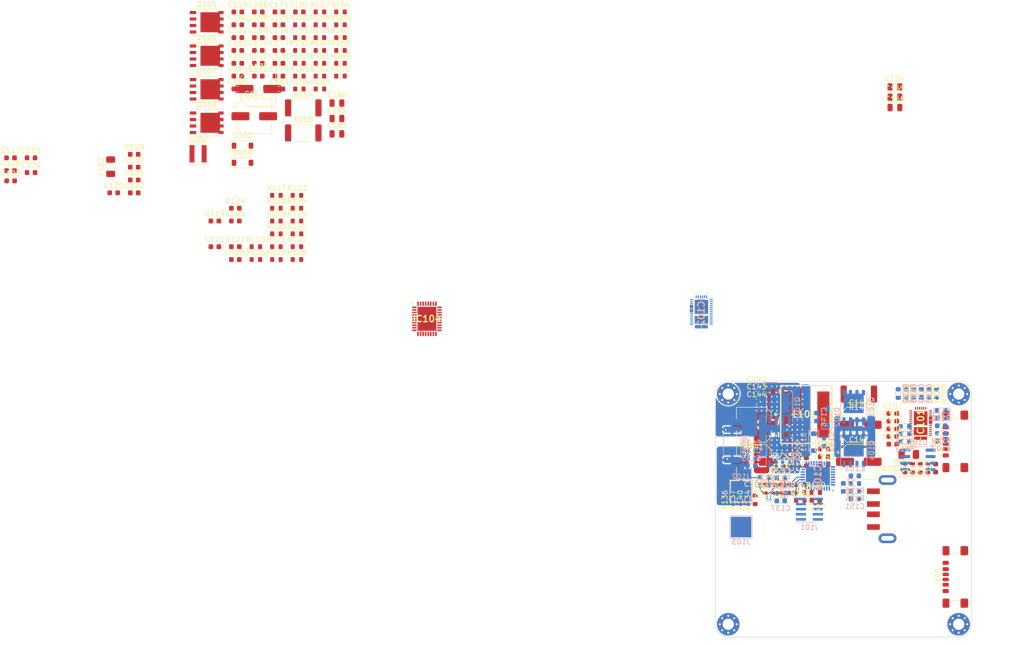
<source format=kicad_pcb>
(kicad_pcb (version 20240108) (generator "pcbnew") (generator_version "8.0")
  (layers (0 "F.Cu" signal) (1 "In1.Cu" power) (2 "In2.Cu" signal) (3 "In3.Cu" signal) (4 "In4.Cu" power) (31 "B.Cu" signal) (34 "B.Paste" user) (35 "F.Paste" user) (36 "B.SilkS" user "B.Silkscreen") (37 "F.SilkS" user "F.Silkscreen") (38 "B.Mask" user) (39 "F.Mask" user) (44 "Edge.Cuts" user))
  (net 0 "")
  (net 1 "/PD_Controller__port1/INPUT")
  (net 2 "Net-(IC101-VBUS)")
  (net 3 "/PD_Controller__port1/CC2")
  (net 4 "/PD_Controller__port1/CC1")
  (net 5 "/PD_Controller__port1/OUTPUT.USB_C")
  (net 6 "/PD_Controller_port2/INPUT")
  (net 7 "GND")
  (net 8 "Net-(IC102-VBUS)")
  (net 9 "/PD_Controller_port2/CC2")
  (net 10 "/PD_Controller_port2/CC1")
  (net 11 "+5V")
  (net 12 "/PD_Controller_port2/OUTPUT.USB_C")
  (net 13 "/Power_stage_port1/Battery")
  (net 14 "+3.3V")
  (net 15 "Port1.DRV_SUP")
  (net 16 "Net-(IC103-SRN)")
  (net 17 "Net-(IC103-SRP)")
  (net 18 "Port1.REGN")
  (net 19 "Net-(Q101-D)")
  (net 20 "Net-(IC103-SW2)")
  (net 21 "Net-(D101-K)")
  (net 22 "Net-(IC103-SW1)")
  (net 23 "Net-(D102-K)")
  (net 24 "Net-(Q103-D)")
  (net 25 "Net-(IC103-ACN)")
  (net 26 "Net-(IC103-ACP)")
  (net 27 "Net-(IC103-ACOV)")
  (net 28 "Net-(IC103-ACUV)")
  (net 29 "/Power_stage_port2/Battery")
  (net 30 "Net-(IC104-SRN)")
  (net 31 "Net-(IC104-SRP)")
  (net 32 "Net-(Q105-D)")
  (net 33 "Net-(D103-K)")
  (net 34 "Net-(IC104-SW2)")
  (net 35 "Net-(D104-K)")
  (net 36 "Net-(IC104-SW1)")
  (net 37 "Net-(Q107-D)")
  (net 38 "Net-(IC104-ACN)")
  (net 39 "Net-(IC104-ACP)")
  (net 40 "Net-(IC104-ACOV)")
  (net 41 "Net-(IC104-ACUV)")
  (net 46 "Net-(J105-VBUS-PadA9)")
  (net 47 "Net-(J105-GND-PadA12)")
  (net 51 "Net-(IC103-HIDRV2)")
  (net 52 "Net-(IC103-LODRV2)")
  (net 53 "Net-(IC103-HIDRV1)")
  (net 54 "Net-(IC103-LODRV1)")
  (net 55 "Net-(IC104-HIDRV2)")
  (net 56 "Net-(IC104-LODRV2)")
  (net 57 "Net-(IC104-HIDRV1)")
  (net 58 "Net-(IC104-LODRV1)")
  (net 59 "Net-(IC101-ADCIN2)")
  (net 60 "Net-(IC101-ADCIN1)")
  (net 61 "Net-(IC101-GPIO0)")
  (net 62 "Net-(IC101-GPIO4{slash}USB_P{slash}LD1)")
  (net 63 "3v3")
  (net 64 "POrt1.charger.enable")
  (net 65 "port1.i2c.scl")
  (net 66 "port1.i2c.sda")
  (net 67 "port1.i2c.irq")
  (net 68 "/PD_Controller__port1/D+")
  (net 69 "/PD_Controller__port1/D-")
  (net 70 "Net-(IC101-GPIO5{slash}USB_N{slash}LD2)")
  (net 71 "/PD_Controller__port1/MCU.I2C.SDA")
  (net 72 "+1V5_LDO_1")
  (net 73 "+3.3V_LDO1")
  (net 74 "/PD_Controller__port1/MCU.I2C.SCL")
  (net 75 "/PD_Controller__port1/MCU.I2C.IRQ")
  (net 76 "/PD_Controller__port1/Charger.I2C.SDA")
  (net 77 "/PD_Controller__port1/Charger.I2C.SCL")
  (net 78 "/PD_Controller__port1/Charger.I2C.IRQ")
  (net 79 "Net-(IC102-ADCIN2)")
  (net 80 "Net-(IC102-ADCIN1)")
  (net 81 "Net-(IC102-GPIO0)")
  (net 82 "/PD_Controller_port2/D+")
  (net 83 "Net-(IC102-GPIO4{slash}USB_P{slash}LD1)")
  (net 84 "/PD_Controller_port2/D-")
  (net 85 "Net-(IC102-GPIO5{slash}USB_N{slash}LD2)")
  (net 86 "/PD_Controller_port2/MCU.I2C.SDA")
  (net 87 "/PD_Controller_port2/MCU.I2C.SCL")
  (net 88 "/PD_Controller_port2/MCU.I2C.IRQ")
  (net 89 "/PD_Controller_port2/Charger.I2C.SDA")
  (net 90 "/PD_Controller_port2/Charger.I2C.SCL")
  (net 91 "/PD_Controller_port2/Charger.I2C.IRQ")
  (net 92 "Net-(IC103-FB)")
  (net 93 "Net-(IC103-FBG)")
  (net 94 "/Power_stage_port1/Charger.Status1")
  (net 95 "/Power_stage_port1/Charger.Status2")
  (net 96 "/Power_stage_port1/Charger.PG")
  (net 97 "Net-(IC103-ILIM_HIZ)")
  (net 98 "Net-(IC103-ICHG)")
  (net 99 "+BATT")
  (net 100 "/Power_stage_port1/Charger.EN")
  (net 101 "Net-(IC103-TS)")
  (net 102 "Net-(IC103-DRV_SUP)")
  (net 103 "Net-(IC103-FSW_SYNC)")
  (net 104 "Net-(IC104-FB)")
  (net 105 "Net-(IC104-FBG)")
  (net 106 "/Power_stage_port2/Charger.Status1")
  (net 107 "/Power_stage_port2/Charger.Status2")
  (net 108 "/Power_stage_port2/Charger.PG")
  (net 109 "Net-(IC104-ILIM_HIZ)")
  (net 110 "Net-(IC104-ICHG)")
  (net 111 "/Power_stage_port2/Charger.EN")
  (net 112 "Net-(IC104-TS)")
  (net 113 "Net-(IC104-DRV_SUP)")
  (net 114 "Net-(IC104-FSW_SYNC)")
  (net 115 "Net-(IC101-DRAIN_1)")
  (net 116 "Net-(IC102-DRAIN_1)")
  (net 117 "/Power_stage_port1/Charger.Interupt")
  (net 121 "/Power_stage_port1/Charger.I2C.SCL")
  (net 122 "/Power_stage_port1/Charger.I2C.SDA")
  (net 123 "/Power_stage_port2/Charger.I2C.SDA")
  (net 126 "/Power_stage_port2/Charger.I2C.SCL")
  (net 128 "/Power_stage_port2/Charger.Interupt")
  (footprint "Capacitor_SMD:C_0603_1608Metric" (layer "F.Cu") (at -37.685 58.84)
    (property "Reference" "C118")
    (property "Value" "10u")
  )
  (footprint "Capacitor_SMD:C_0603_1608Metric" (layer "F.Cu") (at 10.715 30.32)
    (property "Reference" "C168")
    (property "Value" "10u")
  )
  (footprint "Package_SO:PowerPAK_SO-8_Single" (layer "F.Cu") (at 0.625 42.93)
    (property "Reference" "Q107")
    (property "Value" "SiR122LDP")
  )
  (footprint "Resistor_SMD:R_0603_1608Metric" (layer "F.Cu") (at 104.75 123.175 90)
    (property "Reference" "R137")
    (property "Value" "R_Small")
  )
  (footprint "Resistor_SMD:R_0603_1608Metric" (layer "F.Cu") (at 26.755 35.34)
    (property "Reference" "R168")
    (property "Value" "R_Small")
  )
  (footprint "Resistor_SMD:R_0603_1608Metric" (layer "F.Cu") (at 18.255 73.7)
    (property "Reference" "R127")
    (property "Value" "10k")
  )
  (footprint "Capacitor_SMD:C_0603_1608Metric" (layer "F.Cu") (at 6.225 66.17)
    (property "Reference" "C124")
    (property "Value" "10u")
  )
  (footprint "Connector_USB:USB_A_CNCTech_1001-011-01101_Horizontal" (layer "F.Cu") (at 140.5 125)
    (property "Reference" "J106")
    (property "Value" "USB_A")
  )
  (footprint "Capacitor_SMD:C_0805_2012Metric" (layer "F.Cu") (at 135.05 42.48)
    (property "Reference" "C154")
    (property "Value" "10u")
  )
  (footprint "Capacitor_SMD:C_0603_1608Metric" (layer "F.Cu") (at 121.225 113.25)
    (property "Reference" "C148")
    (property "Value" "10u")
  )
  (footprint "Package_SO:PowerPAK_SO-8_Single" (layer "F.Cu") (at 0.625 49.48)
    (property "Reference" "Q108")
    (property "Value" "SiR122LDP")
  )
  (footprint "Fuse:Fuse_1206_3216Metric" (layer "F.Cu") (at 137.75 114.3)
    (property "Reference" "F101")
    (property "Value" "5A")
  )
  (footprint "Resistor_SMD:R_0603_1608Metric" (layer "F.Cu") (at 116.575 121.75)
    (property "Reference" "R147")
    (property "Value" "R_Small")
  )
  (footprint "Capacitor_SMD:C_0603_1608Metric" (layer "F.Cu") (at 117.75 115.75 90)
    (property "Reference" "C140")
    (property "Value" "4.7u")
  )
  (footprint "Capacitor_SMD:C_0603_1608Metric" (layer "F.Cu") (at 134.625 106.3)
    (property "Reference" "C107")
    (property "Value" "100n")
  )
  (footprint "Resistor_SMD:R_2512_6332Metric" (layer "F.Cu") (at 128 102.5 180)
    (property "Reference" "R145")
    (property "Value" "5m")
  )
  (footprint "Capacitor_SMD:C_0603_1608Metric" (layer "F.Cu") (at -13.525 58.15)
    (property "Reference" "C130")
    (property "Value" "100n")
  )
  (footprint "Capacitor_SMD:CP_Elec_6.3x7.7" (layer "F.Cu") (at 107.5 115.75 180)
    (property "Reference" "C141")
    (property "Value" "100u")
  )
  (footprint "Capacitor_SMD:C_0603_1608Metric" (layer "F.Cu") (at 10.715 40.36)
    (property "Reference" "C172")
    (property "Value" "xxx")
  )
  (footprint "Resistor_SMD:R_0603_1608Metric" (layer "F.Cu") (at 26.755 40.36)
    (property "Reference" "R170")
    (property "Value" "R_Small")
  )
  (footprint "Capacitor_SMD:C_0603_1608Metric" (layer "F.Cu") (at 137 116.975 90)
    (property "Reference" "C110")
    (property "Value" "4.7u")
  )
  (footprint "Capacitor_SMD:C_0603_1608Metric" (layer "F.Cu") (at 6.705 40.36)
    (property "Reference" "C164")
    (property "Value" "470n")
  )
  (footprint "Capacitor_SMD:C_0603_1608Metric" (layer "F.Cu") (at 6.705 37.85)
    (property "Reference" "C163")
    (property "Value" "100n")
  )
  (footprint "Capacitor_SMD:C_0603_1608Metric" (layer "F.Cu") (at 119.575 123.25 180)
    (property "Reference" "C157")
    (property "Value" "100n")
  )
  (footprint "Resistor_SMD:R_0603_1608Metric" (layer "F.Cu") (at 26.755 30.32)
    (property "Reference" "R165")
    (property "Value" "10R")
  )
  (footprint "Capacitor_SMD:C_0603_1608Metric" (layer "F.Cu") (at 6.705 27.81)
    (property "Reference" "C159")
    (property "Value" "10u")
  )
  (footprint "Capacitor_SMD:CP_Elec_6.3x7.7" (layer "F.Cu") (at 128 115.75)
    (property "Reference" "C147")
    (property "Value" "100u")
  )
  (footprint "SamacSys_Parts:TPS25751DREFR" (layer "F.Cu") (at 140.075 108.2 -90)
    (property "Reference" "IC101")
    (property "Value" "TPS25751DREFR" (hide yes))
  )
  (footprint "Resistor_SMD:R_0603_1608Metric" (layer "F.Cu") (at 22.745 32.83)
    (property "Reference" "R159")
    (property "Value" "R_Small")
  )
  (footprint "Capacitor_SMD:C_0603_1608Metric" (layer "F.Cu") (at -13.525 55.64)
    (property "Reference" "C129")
    (property "Value" "100n")
  )
  (footprint "Capacitor_SMD:C_0603_1608Metric" (layer "F.Cu") (at 6.225 73.7)
    (property "Reference" "C127")
    (property "Value" "330p")
  )
  (footprint "Capacitor_SMD:C_0603_1608Metric" (layer "F.Cu") (at -37.685 56.33)
    (property "Reference" "C117")
    (property "Value" "10u")
  )
  (footprint "Capacitor_SMD:C_0603_1608Metric" (layer "F.Cu") (at -13.525 60.66)
    (property "Reference" "C131")
    (property "Value" "100n")
  )
  (footprint "Capacitor_SMD:C_0603_1608Metric" (layer "F.Cu") (at 6.705 30.32)
    (property "Reference" "C160")
    (property "Value" "1u")
  )
  (footprint "Resistor_SMD:R_0603_1608Metric" (layer "F.Cu") (at 18.255 66.17)
    (property "Reference" "R124")
    (property "Value" "10k")
  )
  (footprint "Resistor_SMD:R_0603_1608Metric" (layer "F.Cu") (at 114.75 115.75 90)
    (property "Reference" "R142")
    (property "Value" "0R")
  )
  (footprint "Capacitor_SMD:CP_Elec_6.3x7.7" (layer "F.Cu") (at 107.5 108.5 180)
    (property "Reference" "C141")
    (property "Value" "100u")
  )
  (footprint "Capacitor_SMD:C_0603_1608Metric" (layer "F.Cu") (at 116.575 120.25 180)
    (property "Reference" "C158")
    (property "Value" "100n")
  )
  (footprint "Capacitor_SMD:C_0603_1608Metric" (layer "F.Cu") (at -33.675 56.33)
    (property "Reference" "C123")
    (property "Value" "100n")
  )
  (footprint "Capacitor_SMD:C_0805_2012Metric" (layer "F.Cu") (at 26.065 51.65)
    (property "Reference" "C182")
    (property "Value" "100n")
  )
  (footprint "Resistor_SMD:R_0603_1608Metric" (layer "F.Cu") (at 14.245 68.68)
    (property "Reference" "R119")
    (property "Value" "R_Small")
  )
  (footprint "Capacitor_SMD:C_0603_1608Metric" (layer "F.Cu") (at 134.625 107.8)
    (property "Reference" "C101")
    (property "Value" "10u")
  )
  (footprint "Resistor_SMD:R_0603_1608Metric" (layer "F.Cu") (at 135.7 102.4 -90)
    (property "Reference" "R101")
    (property "Value" "R_Small")
  )
  (footprint "Resistor_SMD:R_0603_1608Metric" (layer "F.Cu") (at 103.25 123.175 90)
    (property "Reference" "R136")
    (property "Value" "R_Small")
  )
  (footprint "Resistor_SMD:R_0603_1608Metric" (layer "F.Cu") (at 109.75 121 90)
    (property "Reference" "R143")
    (property "Value" "R_Small")
  )
  (footprint "Resistor_SMD:R_0603_1608Metric" (layer "F.Cu") (at 22.745 30.32)
    (property "Reference" "R158")
    (property "Value" "R_Small")
  )
  (footprint "Resistor_SMD:R_0603_1608Metric" (layer "F.Cu") (at 119.575 121.75)
    (property "Reference" "R149")
    (property "Value" "R_Small")
  )
  (footprint "Capacitor_SMD:C_0603_1608Metric" (layer "F.Cu") (at 140 116.975 90)
    (property "Reference" "C114")
    (property "Value" "100n")
  )
  (footprint "Capacitor_SMD:C_0603_1608Metric" (layer "F.Cu") (at 18.735 27.81)
    (property "Reference" "C184")
    (property "Value" "100n")
  )
  (footprint "Capacitor_SMD:C_0603_1608Metric" (layer "F.Cu") (at 121.225 116.25)
    (property "Reference" "C150")
    (property "Value" "100n")
  )
  (footprint "Resistor_SMD:R_0603_1608Metric" (layer "F.Cu") (at 113.25 115.75 90)
    (property "Reference" "R129")
    (property "Value" "0R")
  )
  (footprint "Fuse:Fuse_1206_3216Metric" (layer "F.Cu") (at -18.13 58.06 90)
    (property "Reference" "F102")
    (property "Value" "5A")
  )
  (footprint "Resistor_SMD:R_0603_1608Metric" (layer "F.Cu") (at 14.245 73.7)
    (property "Reference" "R121")
    (property "Value" "0R")
  )
  (footprint "Resistor_SMD:R_0603_1608Metric" (layer "F.Cu") (at 18.735 42.87)
    (property "Reference" "R156")
    (property "Value" "R_Small")
  )
  (footprint "Resistor_SMD:R_0603_1608Metric" (layer "F.Cu") (at 22.745 42.87)
    (property "Reference" "R163")
    (property "Value" "0R")
  )
  (footprint "Resistor_SMD:R_0603_1608Metric" (layer "F.Cu") (at 137.2 102.4 -90)
    (property "Reference" "R104")
    (property "Value" "R_Small")
  )
  (footprint "Resistor_SMD:R_0603_1608Metric" (layer "F.Cu") (at 14.245 63.66)
    (property "Reference" "R117")
    (property "Value" "10R")
  )
  (footprint "Resistor_SMD:R_0603_1608Metric" (layer "F.Cu") (at 18.735 40.36)
    (property "Reference" "R155")
    (property "Value" "R_Small")
  )
  (footprint "Package_SO:PowerPAK_SO-8_Single" (layer "F.Cu") (at 0.625 36.38)
    (property "Reference" "Q106")
    (property "Value" "SiR122LDP")
  )
  (footprint "Capacitor_SMD:C_0603_1608Metric" (layer "F.Cu") (at 14.725 42.87)
    (property "Reference" "C183")
    (property "Value" "100n")
  )
  (footprint "Capacitor_SMD:C_0603_1608Metric" (layer "F.Cu") (at 2.215 68.68)
    (property "Reference" "C119")
    (property "Value" "10u")
  )
  (footprint "Capacitor_SMD:C_0603_1608Metric" (layer "F.Cu") (at 14.725 30.32)
    (property "Reference" "C175")
    (property "Value" "1u")
  )
  (footprint "Connector_USB:USB_C_Receptacle_GCT_USB4135-GF-A_6P_TopMnt_Horizontal" (layer "F.Cu") (at 148 138.25 90)
    (property "Reference" "J105")
    (property "Value" "USB_C_Receptacle_PowerOnly_6P")
  )
  (footprint "Resistor_SMD:R_0603_1608Metric" (layer "F.Cu") (at 143.2 102.4 -90)
    (property "Reference" "R109")
    (property "Value" "10k")
  )
  (footprint "Resistor_SMD:R_0603_1608Metric" (layer "F.Cu") (at 114.27 121 90)
    (property "Reference" "R141")
    (property "Value" "10k")
  )
  (footprint "Resistor_SMD:R_0603_1608Metric" (layer "F.Cu") (at 14.245 76.21)
    (property "Reference" "R122")
    (property "Value" "0R")
  )
  (footprint "Resistor_SMD:R_0603_1608Metric" (layer "F.Cu") (at 26.755 37.85)
    (property "Reference" "R169")
    (property "Value" "xxx")
  )
  (footprint "Resistor_SMD:R_0603_1608Metric" (layer "F.Cu") (at 18.255 76.21)
    (property "Reference" "R128")
    (property "Value" "10k")
  )
  (footprint "Resistor_SMD:R_0603_1608Metric" (layer "F.Cu") (at 14.245 66.17)
    (property "Reference" "R118")
    (property "Value" "R_Small")
  )
  (footprint "Resistor_SMD:R_0603_1608Metric" (layer "F.Cu") (at 18.255 63.66)
    (property "Reference" "R123")
    (property "Value" "10k")
  )
  (footprint "Resistor_SMD:R_0603_1608Metric" (layer "F.Cu") (at 140.2 102.4 -90)
    (property "Reference" "R111")
    (property "Value" "10k")
  )
  (footprint "MountingHole:MountingHole_2.2mm_M2_Pad_Via" (layer "F.Cu") (at 147.5 147.5)
    (property "Reference" "REF**" (hide yes))
    (property "Value" "MountingHole_2.2mm_M2_Pad_Via")
  )
  (footprint "Resistor_SMD:R_0603_1608Metric" (layer "F.Cu") (at 10.235 73.7)
    (property "Reference" "R115")
    (property "Value" "R_Small")
  )
  (footprint "Capacitor_SMD:C_0603_1608Metric" (layer "F.Cu") (at 14.725 32.83)
    (property "Reference" "C176")
    (property "Value" "100n")
  )
  (footprint "Resistor_SMD:R_0603_1608Metric" (layer "F.Cu") (at 22.745 37.85)
    (property "Reference" "R161")
    (property "Value" "R_Small")
  )
  (footprint "SamacSys_Parts:XAL1010" (layer "F.Cu") (at 117.75 106.5)
    (property "Reference" "L101")
    (property "Value" "10u" (hide yes))
  )
  (footprint "Resistor_SMD:R_0603_1608Metric" (layer "F.Cu") (at 138.7 102.4 90)
    (property "Reference" "R103")
    (property "Value" "10R")
  )
  (footprint "Capacitor_SMD:CP_Elec_6.3x7.7" (layer "F.Cu") (at 10.715 42.87)
    (property "Reference" "C173")
    (property "Value" "100u")
  )
  (footprint "Capacitor_SMD:C_0603_1608Metric" (layer "F.Cu") (at 14.725 35.34)
    (property "Reference" "C177")
    (property "Value" "100n")
  )
  (footprint "Capacitor_SMD:C_0603_1608Metric" (layer "F.Cu") (at 6.225 68.68)
    (property "Reference" "C125")
    (property "Value" "100n")
  )
  (footprint "Capacitor_SMD:C_0603_1608Metric" (layer "F.Cu") (at 14.725 37.85)
    (property "Reference" "C178")
    (property "Value" "470n")
  )
  (footprint "MountingHole:MountingHole_2.2mm_M2_Pad_Via" (layer "F.Cu") (at 102.5 102.5)
    (property "Reference" "REF**" (hide yes))
    (property "Value" "MountingHole_2.2mm_M2_Pad_Via")
  )
  (footprint "Capacitor_SMD:C_0805_2012Metric" (layer "F.Cu") (at 135.05 44.48)
    (property "Reference" "C155")
    (property "Value" "1u")
  )
  (footprint "MountingHole:MountingHole_2.2mm_M2_Pad_Via" (layer "F.Cu") (at 102.5 147.5)
    (property "Reference" "REF**" (hide yes))
    (property "Value" "MountingHole_2.2mm_M2_Pad_Via")
  )
  (footprint "Resistor_SMD:R_0603_1608Metric" (layer "F.Cu") (at 106.25 123.175 90)
    (property "Reference" "R140")
    (property "Value" "R_Small")
  )
  (footprint "Capacitor_SMD:C_0603_1608Metric" (layer "F.Cu") (at 116.25 115.75 90)
    (property "Reference" "C136")
    (property "Value" "4.7u")
  )
  (footprint "Capacitor_SMD:C_0603_1608Metric" (layer "F.Cu") (at 134.625 110.8)
    (property "Reference" "C104")
    (property "Value" "10u")
  )
  (footprint "Capacitor_SMD:C_0603_1608Metric" (layer "F.Cu") (at 6.705 42.87)
    (property "Reference" "C165")
    (property "Value" "100n")
  )
  (footprint "Resistor_SMD:R_0603_1608Metric" (layer "F.Cu") (at 116.575 123.25)
    (property "Reference" "R148")
    (property "Value" "xxx")
  )
  (footprint "Capacitor_SMD:C_0603_1608Metric" (layer "F.Cu") (at 14.725 27.81)
    (property "Reference" "C174")
    (property "Value" "10u")
  )
  (footprint "Resistor_SMD:R_0603_1608Metric" (layer "F.Cu") (at 22.745 27.81)
    (property "Reference" "R157")
    (property "Value" "R_Small")
  )
  (footprint "MountingHole:MountingHole_2.2mm_M2_Pad_Via" (layer "F.Cu") (at 147.5 102.5)
    (property "Reference" "REF**" (hide yes))
    (property "Value" "MountingHole_2.2mm_M2_Pad_Via")
  )
  (footprint "Capacitor_SMD:C_0603_1608Metric" (layer "F.Cu") (at 141.5 116.975 90)
    (property "Reference" "C115")
    (property "Value" "100n")
  )
  (footprint "Capacitor_SMD:C_0603_1608Metric" (layer "F.Cu") (at 10.715 32.83)
    (property "Reference" "C169")
    (property "Value" "1u")
  )
  (footprint "Capacitor_SMD:C_0805_2012Metric" (layer "F.Cu") (at 135.05 46.5)
    (property "Reference" "C156")
    (property "Value" "100n")
  )
  (footprint "SamacSys_Parts:QFN50P500X600X100-37N-D" (layer "F.Cu") (at 43.65 87.8)
    (property "Reference" "IC104")
    (property "Value" "BQ25756RRVR" (hide yes))
  )
  (footprint "Resistor_SMD:R_0603_1608Metric" (layer "F.Cu") (at 112.75 121 90)
    (property "Reference" "R139")
    (property "Value" "R_Small")
  )
  (footprint "Resistor_SMD:R_0603_1608Metric" (layer "F.Cu") (at 111.25 121 90)
    (property "Reference" "R138")
    (property "Value" "R_Small")
  )
  (footprint "Capacitor_SMD:C_0603_1608Metric" (layer "F.Cu") (at 10.715 37.85)
    (property "Reference" "C171")
    (property "Value" "xxx")
  )
  (footprint "Resistor_SMD:R_0603_1608Metric" (layer "F.Cu") (at 107.75 123.175 90)
    (property "Reference" "R134")
    (property "Value" "R_Small")
  )
  (footprint "Capacitor_SMD:C_0603_1608Metric" (layer "F.Cu") (at 134.625 109.3)
    (property "Reference" "C102")
    (property "Value" "10u")
  )
  (footprint "Capacitor_SMD:C_0603_1608Metric" (layer "F.Cu") (at 138.5 116.975 90)
    (property "Reference" "C113")
    (property "Value" "100n")
  )
  (footprint "Resistor_SMD:R_0603_1608Metric" (layer "F.Cu") (at 26.755 27.81)
    (property "Reference" "R164")
    (property "Value" "R_Small")
  )
  (footprint "Capacitor_SMD:C_0603_1608Metric" (layer "F.Cu") (at 6.225 76.21)
    (property "Reference" "C128")
    (property "Value" "330p")
  )
  (footprint "Capacitor_SMD:C_0603_1608Metric" (layer "F.Cu") (at 2.215 73.7)
    (property "Reference" "C121")
    (property "Value" "10u")
  )
  (footprint "Capacitor_SMD:C_0805_2012Metric" (layer "F.Cu") (at 26.065 45.63)
    (property "Reference" "C180")
    (property "Value" "10u")
  )
  (footprint "Capacitor_SMD:C_0603_1608Metric" (layer "F.Cu") (at -33.675 59.2)
    (property "Reference" "C120")
    (property "Value" "10u")
  )
  (footprint "Diode_SMD:D_SOD-123" (layer "F.Cu") (at 7.62 53.95)
    (property "Reference" "D103")
    (property "Value" "D_Small")
  )
  (footprint "Resistor_SMD:R_0603_1608Metric" (layer "F.Cu") (at 18.735 30.32)
    (property "Reference" "R150")
    (property "Value" "0R")
  )
  (footprint "Inductor_SMD:L_Coilcraft_XxL4040" (layer "F.Cu") (at -1.055 55.54)
    (property "Reference" "L102")
    (property "Value" "10u")
  )
  (footprint "Capacitor_SMD:C_0603_1608Metric" (layer "F.Cu") (at 108 102.5)
    (property "Reference" "C143")
    (property "Value" "1u")
  )
  (footprint "Diode_SMD:D_SOD-123" (layer "F.Cu") (at 7.62 57.3)
    (property "Reference" "D104")
    (property "Value" "D_Small")
  )
  (footprint "Resistor_SMD:R_0603_1608Metric" (layer "F.Cu") (at 10.235 76.21)
    (property "Reference" "R116")
    (property "Value" "R_Small")
  )
  (footprint "Capacitor_SMD:CP_Elec_6.3x7.7" (layer "F.Cu") (at 128 108.5)
    (property "Reference" "C147")
    (property "Value" "100u")
  )
  (footprint "Resistor_SMD:R_0603_1608Metric" (layer "F.Cu") (at 22.745 40.36)
    (property "Reference" "R162")
    (property "Value" "10k")
  )
  (footprint "Capacitor_SMD:C_0603_1608Metric" (layer "F.Cu") (at 6.705 35.34)
    (property "Reference" "C162")
    (property "Value" "4.7u")
  )
  (footprint "Capacitor_SMD:C_0603_1608Metric" (layer "F.Cu") (at 108 104)
    (property "Reference" "C144")
    (property "Value" "100n")
  )
  (footprint "Capacitor_SMD:C_0603_1608Metric" (layer "F.Cu") (at 10.715 35.34)
    (property "Reference" "C170")
    (property "Value" "100n")
  )
  (footprint "Capacitor_SMD:C_0603_1608Metric" (layer "F.Cu") (at 108 101)
    (property "Reference" "C142")
    (property "Value" "10u")
  )
  (footprint "Resistor_SMD:R_0603_1608Metric" (layer "F.Cu") (at 26.755 32.83)
    (property "Reference" "R167")
    (property "Value" "10R")
  )
  (footprint "Capacitor_SMD:C_0603_1608Metric" (layer "F.Cu") (at 121.225 114.75)
    (property "Reference" "C149")
    (property "Value" "1u")
  )
  (footprint "Resistor_SMD:R_0603_1608Metric" (layer "F.Cu") (at 141.7 102.4 -90)
    (property "Reference" "R110")
    (property "Value" "10k")
  )
  (footprint "Resistor_SMD:R_0603_1608Metric" (layer "F.Cu") (at 18.255 71.19)
    (property "Reference" "R126")
    (property "Value" "10k")
  )
  (footprint "Resistor_SMD:R_0603_1608Metric" (layer "F.Cu") (at 22.745 35.34)
    (property "Reference" "R160")
    (property "Value" "R_Small")
  )
  (footprint "Capacitor_SMD:C_0603_1608Metric" (layer "F.Cu") (at -37.66 60.83)
    (property "Reference" "C122")
    (property "Value" "10u")
  )
  (footprint "Package_SO:PowerPAK_SO-8_Single" (layer "F.Cu") (at 0.625 29.83)
    (property "Reference" "Q105")
    (property "Value" "SiR122LDP")
  )
  (footprint "Capacitor_SMD:C_0603_1608Metric" (layer "F.Cu") (at -17.535 63.17)
    (property "Reference" "C126")
    (property "Value" "4.7u")
  )
  (footprint "Capacitor_SMD:C_0603_1608Metric" (layer "F.Cu") (at 10.715 27.81)
    (property "Reference" "C166")
    (property "Value" "4.7u")
  )
  (footprint "Capacitor_SMD:C_0603_1608Metric" (layer "F.Cu") (at 143 116.975 90)
    (property "Reference" "C116")
    (property "Value" "100n")
  )
  (footprint "Capacitor_SMD:C_0603_1608Metric" (layer "F.Cu") (at 14.725 40.36)
    (property "Reference" "C179")
    (property "Value" "100n")
  )
  (footprint "Resistor_SMD:R_0603_1608Metric" (layer "F.Cu") (at 18.735 35.34)
    (property "Reference" "R152")
    (property "Value" "R_Small")
  )
  (footprint "Resistor_SMD:R_0603_1608Metric" (layer "F.Cu") (at 18.735 32.83)
    (property "Reference" "R151")
    (property "Value" "R_Small")
  )
  (footprint "Resistor_SMD:R_0603_1608Metric" (layer "F.Cu") (at 14.245 71.19)
    (property "Reference" "R120")
    (property "Value" "0R")
  )
  (footprint "Resistor_SMD:R_0603_1608Metric" (layer "F.Cu") (at 18.735 37.85)
    (property "Reference" "R153")
    (property "Value" "R_Small")
  )
  (footprint "Capacitor_SMD:CP_Elec_6.3x7.7" (layer "F.Cu") (at 9.925 48.2)
    (property "Reference" "C167")
    (property "Value" "100u")
  )
  (footprint "Capacitor_SMD:C_0603_1608Metric" (layer "F.Cu") (at -13.525 63.17)
    (property "Reference" "C132")
    (property "Value" "100n")
  )
  (footprint "Resistor_SMD:R_0603_1608Metric" (layer "F.Cu") (at 18.255 68.68)
    (property "Reference" "R125")
    (property "Value" "10k")
  )
  (footprint "Capacitor_SMD:C_0805_2012Metric" (layer "F.Cu") (at 26.065 48.64)
    (property "Reference" "C181")
    (property "Value" "1u")
  )
  (footprint "Connector_USB:USB_C_Receptacle_GCT_USB4135-GF-A_6P_TopMnt_Horizontal" (layer "F.Cu") (at 148 111.75 90)
    (property "Reference" "J104")
    (property "Value" "USB_C_Receptacle_PowerOnly_6P")
  )
  (footprint "Resistor_SMD:R_2512_6332Metric" (layer "F.Cu") (at 19.495 51.46)
    (property "Reference" "R166")
    (property "Value" "5m")
  )
  (footprint "Resistor_SMD:R_2512_6332Metric" (layer "F.Cu") (at 19.495 46.57)
    (property "Reference" "R154")
    (property "Value" "5m")
  )
  (footprint "Capacitor_SMD:C_0603_1608Metric" (layer "F.Cu") (at 134.625 112.3)
    (property "Reference" "C106")
    (property "Value" "10u")
  )
  (footprint "Capacitor_SMD:C_0603_1608Metric" (layer "F.Cu") (at 6.705 32.83)
    (property "Reference" "C161")
    (property "Value" "100n")
  )
  (footprint "Resistor_SMD:R_0603_1608Metric" (layer "B.Cu") (at 137.2 102.4 90)
    (property "Reference" "R105")
    (property "Value" "R_Small")
  )
  (footprint "SamacSys_Parts:TPS25751DREFR" (layer "B.Cu") (at 97.25 86.425 -90)
    (property "Reference" "IC102")
    (property "Value" "TPS25751DREFR" (hide yes))
  )
  (footprint "Capacitor_SMD:C_0603_1608Metric" (layer "B.Cu") (at 107.025 113.48 180)
    (property "Reference" "C133")
    (property "Value" "10u")
  )
  (footprint "Resistor_SMD:R_0603_1608Metric" (layer "B.Cu") (at 144.125 111.71)
    (property "Reference" "R107")
    (property "Value" "0R")
  )
  (footprint "Capacitor_SMD:C_0603_1608Metric" (layer "B.Cu") (at 124.975 120.75 90)
    (property "Reference" "C152")
    (property "Value" "470n")
  )
  (footprint "Capacitor_SMD:C_0603_1608Metric" (layer "B.Cu") (at 127.225 118.5 180)
    (property "Reference" "C153")
    (property "Value" "100n")
  )
  (footprint "Package_SO:SOIC-8_3.9x4.9mm_P1.27mm" (layer "B.Cu") (at 139.525 115.365 180)
    (property "Reference" "U101")
    (property "Value" "25CSM04xxSN")
  )
  (footprint "Capacitor_SMD:C_0603_1608Metric" (layer "B.Cu") (at 121.2 111.9 90)
    (property "Reference" "C145")
    (property "Value" "xxx")
  )
  (footprint "SamacSys_Parts:QFN50P500X600X100-37N-D" (layer "B.Cu") (at 120 118.5 90)
    (property "Reference" "IC103")
    (property "Value" "BQ25756RRVR" (hide yes))
  )
  (footprint "Resistor_SMD:R_0603_1608Metric" (layer "B.Cu") (at 135.7 102.4 90)
    (property "Reference" "R102")
    (property "Value" "R_Small")
  )
  (footprint "Capacitor_SMD:C_0603_1608Metric" (layer "B.Cu") (at 107.025 114.99 180)
    (property "Reference" "C134")
    (property "Value" "1u")
  )
  (footprint "Resistor_SMD:R_0603_1608Metric" (layer "B.Cu") (at 144.125 110.21)
    (property "Reference" "R108")
    (property "Value" "0R")
  )
  (footprint "Capacitor_SMD:C_0603_1608Metric" (layer "B.Cu") (at 127.225 123)
    (property "Reference" "C151")
    (property "Value" "100n")
  )
  (footprint "Diode_SMD:D_SOD-123" (layer "B.Cu") (at 121.75 107 90)
    (property "Reference" "D102")
    (property "Value" "D_Small")
  )
  (footprint "Resistor_SMD:R_0603_1608Metric" (layer "B.Cu") (at 109.575 118.825)
    (property "Reference" "R130")
    (property "Value" "R_Small")
  )
  (footprint "Capacitor_SMD:C_0603_1608Metric" (layer "B.Cu") (at 144.1 107.2 180)
    (property "Reference" "C111")
    (property "Value" "330p")
  )
  (footprint "Diode_SMD:D_SOD-123" (layer "B.Cu") (at 119.2 111.9 -90)
    (property "Reference" "D101")
    (property "Value" "D_Small")
  )
  (footprint "Capacitor_SMD:C_0603_1608Metric" (layer "B.Cu") (at 119.75 107 90)
    (property "Reference" "C146")
    (property "Value" "xxx")
  )
  (footprint "Resistor_SMD:R_0603_1608Metric" (layer "B.Cu") (at 112.75 120.39 180)
    (property "Reference" "R135")
    (property "Value" "R_Small")
  )
  (footprint "TestPoint:TestPoint_Pad_4.0x4.0mm" (layer "B.Cu") (at 105 121.5 180)
    (property "Reference" "J102")
    (property "Value" "Conn_01x01_Socket")
  )
  (footprint "Package_SO:PowerPAK_SO-8_Single" (layer "B.Cu") (at 127 105 90)
    (property "Reference" "Q103")
    (property "Value" "SiR122LDP")
  )
  (footprint "Capacitor_SMD:C_0603_1608Metric" (layer "B.Cu") (at 115 121.1 -90)
    (property "Reference" "C138")
    (property "Value" "470n")
  )
  (footprint "Resistor_SMD:R_0603_1608Metric" (layer "B.Cu") (at 112.75 121.89 180)
    (property "Reference" "R132")
    (property "Value" "R_Small")
  )
  (footprint "Capacitor_SMD:C_0603_1608Metric" (layer "B.Cu") (at 112.75 123.39)
    (property "Reference" "C137")
    (property "Value" "100n")
  )
  (footprint "Package_SO:PowerPAK_SO-8_Single" (layer "B.Cu") (at 112.5 113.5 90)
    (property "Reference" "Q102")
    (property "Value" "SiR122LDP")
  )
  (footprint "Resistor_SMD:R_0603_1608Metric" (layer "B.Cu") (at 127.225 121.5)
    (property "Reference" "R144")
    (property "Value" "10R")
  )
  (footprint "Connector_PinHeader_1.00mm:PinHeader_2x05_P1.00mm_Vertical_SMD" (layer "B.Cu") (at 118.35 125)
    (property "Reference" "J101")
    (property "Value" "Conn_01x12_Pin")
  )
  (footprint "Capacitor_SMD:C_0603_1608Metric" (layer "B.Cu") (at 141.7 102.4 -90)
    (property "Reference" "C109")
    (property "Value" "100n")
  )
  (footprint "Resistor_SMD:R_0603_1608Metric" (layer "B.Cu") (at 144.1 105.7)
    (property "Reference" "R106")
    (property "Value" "0R")
  )
  (footprint "Resistor_SMD:R_0603_1608Metric" (layer "B.Cu") (at 137 111.8)
    (property "Reference" "R112")
    (property "Value" "10k")
  )
  (footprint "Capacitor_SMD:C_0603_1608Metric" (layer "B.Cu") (at 143.2 102.4 -90)
    (property "Reference" "C103")
    (property "Value" "10u")
  )
  (footprint "Capacitor_SMD:C_0603_1608Metric" (layer "B.Cu") (at 140.2 102.4 -90)
    (property "Reference" "C108")
    (property "Value" "10u")
  )
  (footprint "Capacitor_SMD:C_0603_1608Metric" (layer "B.Cu") (at 112.75 118.89 180)
    (property "Reference" "C139")
    (property "Value" "100n")
  )
  (footprint "Resistor_SMD:R_0603_1608Metric" (layer "B.Cu") (at 137 108.8)
    (property "Reference" "R114")
    (property "Value" "10k")
  )
  (footprint "Capacitor_SMD:C_0603_1608Metric" (layer "B.Cu") (at 144.1 108.71 180)
    (property "Reference" "C112")
    (property "Value" "330p")
  )
  (footprint "TestPoint:TestPoint_Pad_4.0x4.0mm" (layer "B.Cu") (at 105 128.5)
    (property "Reference" "J103")
    (property "Value" "Conn_01x01_Socket")
  )
  (footprint "Resistor_SMD:R_0603_1608Metric" (layer "B.Cu") (at 127.225 120)
    (property "Reference" "R146")
    (property "Value" "10R")
  )
  (footprint "Resistor_SMD:R_0603_1608Metric" (layer "B.Cu") (at 109.575 120.325 180)
    (property "Reference" "R131")
    (property "Value" "R_Small")
  )
  (footprint "Resistor_SMD:R_2512_6332Metric" (layer "B.Cu") (at 103.25 112.4 90)
    (property "Reference" "R133")
    (property "Value" "5m")
  )
  (footprint "Capacitor_SMD:C_0603_1608Metric" (layer "B.Cu") (at 107.025 116.5 180)
    (property "Reference" "C135")
    (property "Value" "100n")
  )
  (footprint "Capacitor_SMD:C_0603_1608Metric" (layer "B.Cu") (at 138.7 102.4 -90)
    (property "Reference" "C105")
    (property "Value" "10u")
  )
  (footprint "Package_SO:PowerPAK_SO-8_Single" (layer "B.Cu") (at 112.5 105 90)
    (property "Reference" "Q101")
    (property "Value" "SiR122LDP")
  )
  (footprint "Package_SO:PowerPAK_SO-8_Single" (layer "B.Cu") (at 127 113.5 90)
    (property "Reference" "Q104")
    (property "Value" "SiR122LDP")
  )
  (footprint "Resistor_SMD:R_0603_1608Metric" (layer "B.Cu") (at 137 110.3)
    (property "Reference" "R113")
    (property "Value" "10k")
  )
  (gr_arc (start 100 102.5) (mid 100.732233 100.732233) (end 102.5 100) (stroke (width 0.1)) (layer "Edge.Cuts"))
  (gr_line (start 147.5 100) (end 102.5 100) (stroke (width 0.1)) (layer "Edge.Cuts"))
  (gr_arc (start 102.5 150) (mid 100.732233 149.267767) (end 100 147.5) (stroke (width 0.1)) (layer "Edge.Cuts"))
  (gr_line (start 100 102.5) (end 100 147.5) (stroke (width 0.1)) (layer "Edge.Cuts"))
  (gr_arc (start 150 147.5) (mid 149.267767 149.267767) (end 147.5 150) (stroke (width 0.1)) (layer "Edge.Cuts"))
  (gr_line (start 150 147.5) (end 150 102.5) (stroke (width 0.1)) (layer "Edge.Cuts"))
  (gr_line (start 102.5 150) (end 147.5 150) (stroke (width 0.1)) (layer "Edge.Cuts"))
  (gr_arc (start 147.5 100) (mid 149.267767 100.732233) (end 150 102.5) (stroke (width 0.1)) (layer "Edge.Cuts"))
  (via (at 116 117.25) (size 0.45) (drill 0.3) (layers "F.Cu" "B.Cu") (net 7))
  (via (at 111.5 117.75) (size 0.45) (drill 0.3) (layers "F.Cu" "B.Cu") (net 7))
  (via (at 112.5 117.75) (size 0.45) (drill 0.3) (layers "F.Cu" "B.Cu") (net 7))
  (via (at 114.5 117.75) (size 0.45) (drill 0.3) (layers "F.Cu" "B.Cu") (net 7))
  (via (at 113.5 117.75) (size 0.45) (drill 0.3) (layers "F.Cu" "B.Cu") (net 7))
  (via (at 115.5 117.75) (size 0.45) (drill 0.3) (layers "F.Cu" "B.Cu") (net 7))
  (via (at 116 116) (size 0.45) (drill 0.3) (layers "F.Cu" "B.Cu") (net 7))
  (via (at 102.3 115.2) (size 0.45) (drill 0.3) (layers "F.Cu" "B.Cu") (net 13))
  (via (at 110.75 123.25) (size 0.45) (drill 0.3) (layers "F.Cu" "B.Cu") (net 13))
  (segment (start 108.75 118.825) (end 106.825 118.825) (width 0.2) (layer "B.Cu") (net 13))
  (segment (start 110.75 122.25) (end 110.75 123.25) (width 0.25) (layer "B.Cu") (net 13))
  (segment (start 106.825 118.825) (end 106.25 118.25) (width 0.2) (layer "B.Cu") (net 13))
  (segment (start 111.925 121.85) (end 111.5 121.85) (width 0.25) (layer "B.Cu") (net 13))
  (segment (start 106.25 118.25) (end 106.25 116.5) (width 0.2) (layer "B.Cu") (net 13))
  (segment (start 111.5 121.85) (end 111.15 121.85) (width 0.25) (layer "B.Cu") (net 13))
  (segment (start 111.925 121.85) (end 111.65 121.85) (width 0.25) (layer "B.Cu") (net 13))
  (segment (start 111.15 121.85) (end 110.75 122.25) (width 0.25) (layer "B.Cu") (net 13))
  (segment (start 115.8 121.5) (end 115.8 119.8) (width 0.2) (layer "B.Cu") (net 16))
  (segment (start 113.525 121.94) (end 113.575 121.89) (width 0.2) (layer "B.Cu") (net 16))
  (segment (start 115.425 121.875) (end 115.8 121.5) (width 0.2) (layer "B.Cu") (net 16))
  (segment (start 113.575 121.89) (end 114.985 121.89) (width 0.2) (layer "B.Cu") (net 16))
  (segment (start 115.8 119.8) (end 116.35 119.25) (width 0.2) (layer "B.Cu") (net 16))
  (segment (start 116.35 119.25) (end 117.05 119.25) (width 0.2) (layer "B.Cu") (net 16))
  (segment (start 114.985 121.89) (end 115 121.875) (width 0.2) (layer "B.Cu") (net 16))
  (segment (start 113.525 123.39) (end 113.525 121.94) (width 0.2) (layer "B.Cu") (net 16))
  (segment (start 115 121.875) (end 115.425 121.875) (width 0.2) (layer "B.Cu") (net 16))
  (segment (start 115 119.7) (end 115.95 118.75) (width 0.2) (layer "B.Cu") (net 17))
  (segment (start 115 120.325) (end 115 119.7) (width 0.2) (layer "B.Cu") (net 17))
  (segment (start 113.525 120.3) (end 113.575 120.35) (width 0.2) (layer "B.Cu") (net 17))
  (segment (start 114.935 120.39) (end 115 120.325) (width 0.2) (layer "B.Cu") (net 17))
  (segment (start 113.575 120.39) (end 114.935 120.39) (width 0.2) (layer "B.Cu") (net 17))
  (segment (start 115.95 118.75) (end 117.05 118.75) (width 0.2) (layer "B.Cu") (net 17))
  (segment (start 113.6 120.325) (end 113.575 120.35) (width 0.2) (layer "B.Cu") (net 17))
  (segment (start 113.525 118.89) (end 113.525 120.34) (width 0.2) (layer "B.Cu") (net 17))
  (segment (start 113.525 120.34) (end 113.575 120.39) (width 0.2) (layer "B.Cu") (net 17))
  (via (at 108.775 101) (size 0.45) (drill 0.3) (layers "F.Cu" "B.Cu") (net 19))
  (via (at 110 101) (size 0.45) (drill 0.3) (layers "F.Cu" "B.Cu") (net 19))
  (via (at 112 105) (size 0.45) (drill 0.3) (layers "F.Cu" "B.Cu") (net 19))
  (via (at 110 104) (size 0.45) (drill 0.3) (layers "F.Cu" "B.Cu") (net 19))
  (via (at 113 101) (size 0.45) (drill 0.3) (layers "F.Cu" "B.Cu") (net 19))
  (via (at 112 101) (size 0.45) (drill 0.3) (layers "F.Cu" "B.Cu") (net 19))
  (via (at 102 109.5) (size 0.45) (drill 0.3) (layers "F.Cu" "B.Cu") (net 19))
  (via (at 110 103) (size 0.45) (drill 0.3) (layers "F.Cu" "B.Cu") (net 19))
  (via (at 108.775 104) (size 0.45) (drill 0.3) (layers "F.Cu" "B.Cu") (net 19))
  (via (at 111 105.75) (size 0.45) (drill 0.3) (layers "F.Cu" "B.Cu") (net 19))
  (via (at 109 105) (size 0.45) (drill 0.3) (layers "F.Cu" "B.Cu") (net 19))
  (via (at 114 101) (size 0.45) (drill 0.3) (layers "F.Cu" "B.Cu") (net 19))
  (via (at 111.865 102.205) (size 0.45) (drill 0.3) (layers "F.Cu" "B.Cu") (net 19))
  (via (at 112 105.75) (size 0.45) (drill 0.3) (layers "F.Cu" "B.Cu") (net 19))
  (via (at 108 105) (size 0.45) (drill 0.3) (layers "F.Cu" "B.Cu") (net 19))
  (via (at 110 105) (size 0.45) (drill 0.3) (layers "F.Cu" "B.Cu") (net 19))
  (via (at 108.743521 102.569953) (size 0.45) (drill 0.3) (layers "F.Cu" "B.Cu") (net 19))
  (via (at 111 105) (size 0.45) (drill 0.3) (layers "F.Cu" "B.Cu") (net 19))
  (via (at 110 105.75) (size 0.45) (drill 0.3) (layers "F.Cu" "B.Cu") (net 19))
  (via (at 109 105.75) (size 0.45) (drill 0.3) (layers "F.Cu" "B.Cu") (net 19))
  (via (at 115 101) (size 0.45) (drill 0.3) (layers "F.Cu" "B.Cu") (net 19))
  (via (at 111 104) (size 0.45) (drill 0.3) (layers "F.Cu" "B.Cu") (net 19))
  (via (at 110.595 102.205) (size 0.45) (drill 0.3) (layers "F.Cu" "B.Cu") (net 19))
  (via (at 116 101) (size 0.45) (drill 0.3) (layers "F.Cu" "B.Cu") (net 19))
  (via (at 112 103) (size 0.45) (drill 0.3) (layers "F.Cu" "B.Cu") (net 19))
  (via (at 108 105.75) (size 0.45) (drill 0.3) (layers "F.Cu" "B.Cu") (net 19))
  (via (at 112 104) (size 0.45) (drill 0.3) (layers "F.Cu" "B.Cu") (net 19))
  (via (at 110.10653 123.158075) (size 0.45) (drill 0.3) (layers "F.Cu" "B.Cu") (net 19))
  (via (at 111 101) (size 0.45) (drill 0.3) (layers "F.Cu" "B.Cu") (net 19))
  (via (at 111 103) (size 0.45) (drill 0.3) (layers "F.Cu" "B.Cu") (net 19))
  (segment (start 110.3575 121.9575) (end 110.225 122.09) (width 0.2) (layer "B.Cu") (net 19))
  (segment (start 110.10653 122.20847) (end 110.3575 121.9575) (width 0.2) (layer "B.Cu") (net 19))
  (segment (start 111.925 120.39) (end 110.3575 121.9575) (width 0.2) (layer "B.Cu") (net 19))
  (segment (start 110.10653 123.158075) (end 110.10653 122.20847) (width 0.2) (layer "B.Cu") (net 19))
  (via (at 117 112.5) (size 0.45) (drill 0.3) (layers "F.Cu" "B.Cu") (net 20))
  (via (at 116 106.5) (size 0.45) (drill 0.3) (layers "F.Cu" "B.Cu") (net 20))
  (via (at 117 104.5) (size 0.45) (drill 0.3) (layers "F.Cu" "B.Cu") (net 20))
  (via (at 111 113.5) (size 0.45) (drill 0.3) (layers "F.Cu" "B.Cu") (net 20))
  (via (at 116 107.5) (size 0.45) (drill 0.3) (layers "F.Cu" "B.Cu") (net 20))
  (via (at 110.595 110.705) (size 0.45) (drill 0.3) (layers "F.Cu" "B.Cu") (net 20))
  (via (at 114 108.5) (size 0.45) (drill 0.3) (layers "F.Cu" "B.Cu") (net 20))
  (via (at 117 107.5) (size 0.45) (drill 0.3) (layers "F.Cu" "B.Cu") (net 20))
  (via (at 114 111.5) (size 0.45) (drill 0.3) (layers "F.Cu" "B.Cu") (net 20))
  (via (at 117 105.5) (size 0.45) (drill 0.3) (layers "F.Cu" "B.Cu") (net 20))
  (via (at 115 106.5) (size 0.45) (drill 0.3) (layers "F.Cu" "B.Cu") (net 20))
  (via (at 114 112.5) (size 0.45) (drill 0.3) (layers "F.Cu" "B.Cu") (net 20))
  (via (at 115 113.5) (size 0.45) (drill 0.3) (layers "F.Cu" "B.Cu") (net 20))
  (via (at 117 102.5) (size 0.45) (drill 0.3) (layers "F.Cu" "B.Cu") (net 20))
  (via (at 115 108.5) (size 0.45) (drill 0.3) (layers "F.Cu" "B.Cu") (net 20))
  (via (at 112 113.5) (size 0.45) (drill 0.3) (layers "F.Cu" "B.Cu") (net 20))
  (via (at 111.865 110.705) (size 0.45) (drill 0.3) (layers "F.Cu" "B.Cu") (net 20))
  (via (at 115 112.5) (size 0.45) (drill 0.3) (layers "F.Cu" "B.Cu") (net 20))
  (via (at 117 108.5) (size 0.45) (drill 0.3) (layers "F.Cu" "B.Cu") (net 20))
  (via (at 116 109.5) (size 0.45) (drill 0.3) (layers "F.Cu" "B.Cu") (net 20))
  (via (at 111 112.5) (size 0.45) (drill 0.3) (layers "F.Cu" "B.Cu") (net 20))
  (via (at 117 110.5) (size 0.45) (drill 0.3) (layers "F.Cu" "B.Cu") (net 20))
  (via (at 116 110.5) (size 0.45) (drill 0.3) (layers "F.Cu" "B.Cu") (net 20))
  (via (at 116 113.5) (size 0.45) (drill 0.3) (layers "F.Cu" "B.Cu") (net 20))
  (via (at 117 111.5) (size 0.45) (drill 0.3) (layers "F.Cu" "B.Cu") (net 20))
  (via (at 112 114.5) (size 0.45) (drill 0.3) (layers "F.Cu" "B.Cu") (net 20))
  (via (at 114 113.5) (size 0.45) (drill 0.3) (layers "F.Cu" "B.Cu") (net 20))
  (via (at 114 109.5) (size 0.45) (drill 0.3) (layers "F.Cu" "B.Cu") (net 20))
  (via (at 112 112.5) (size 0.45) (drill 0.3) (layers "F.Cu" "B.Cu") (net 20))
  (via (at 116 112.5) (size 0.45) (drill 0.3) (layers "F.Cu" "B.Cu") (net 20))
  (via (at 115 110.5) (size 0.45) (drill 0.3) (layers "F.Cu" "B.Cu") (net 20))
  (via (at 117 113.5) (size 0.45) (drill 0.3) (layers "F.Cu" "B.Cu") (net 20))
  (via (at 117 109.5) (size 0.45) (drill 0.3) (layers "F.Cu" "B.Cu") (net 20))
  (via (at 112 111.5) (size 0.45) (drill 0.3) (layers "F.Cu" "B.Cu") (net 20))
  (via (at 117 103.5) (size 0.45) (drill 0.3) (layers "F.Cu" "B.Cu") (net 20))
  (via (at 113 113.5) (size 0.45) (drill 0.3) (layers "F.Cu" "B.Cu") (net 20))
  (via (at 113 112.5) (size 0.45) (drill 0.3) (layers "F.Cu" "B.Cu") (net 20))
  (via (at 117 106.5) (size 0.45) (drill 0.3) (layers "F.Cu" "B.Cu") (net 20))
  (via (at 111 114.5) (size 0.45) (drill 0.3) (layers "F.Cu" "B.Cu") (net 20))
  (via (at 115 111.5) (size 0.45) (drill 0.3) (layers "F.Cu" "B.Cu") (net 20))
  (via (at 116 111.5) (size 0.45) (drill 0.3) (layers "F.Cu" "B.Cu") (net 20))
  (via (at 113 111.5) (size 0.45) (drill 0.3) (layers "F.Cu" "B.Cu") (net 20))
  (via (at 116 108.5) (size 0.45) (drill 0.3) (layers "F.Cu" "B.Cu") (net 20))
  (via (at 115 109.5) (size 0.45) (drill 0.3) (layers "F.Cu" "B.Cu") (net 20))
  (via (at 111 111.5) (size 0.45) (drill 0.3) (layers "F.Cu" "B.Cu") (net 20))
  (segment (start 117.05 119.75) (end 116.425 119.75) (width 0.2) (layer "B.Cu") (net 92))
  (segment (start 116.2 121.898696) (end 115.648696 122.45) (width 0.2) (layer "B.Cu") (net 92))
  (segment (start 116.2 119.975) (end 116.2 121.898696) (width 0.2) (layer "B.Cu") (net 92))
  (segment (start 116.425 119.75) (end 116.2 119.975) (width 0.2) (layer "B.Cu") (net 92))
  (segment (start 110.4 120.325) (end 110.4 118.825) (width 0.2) (layer "B.Cu") (net 92))
  (segment (start 108.75 120.325) (end 108.75 121.25) (width 0.2) (layer "B.Cu") (net 93))
  (segment (start 108.75 121.25) (end 109.5 122) (width 0.2) (layer "B.Cu") (net 93))
  (zone (net 20) (net_name "Net-(IC103-SW2)") (layer "F.Cu") (priority 1) (connect_pads (clearance 0.2)) (min_thickness 0.25) (fill yes (thermal_gap 0.25) (thermal_bridge_width 0.5) (smoothing fillet) (radius 0.5))
    (polygon (pts (xy 112.5 113.9) (xy 112.5 101.3) (xy 117.75 101.3) (xy 117.75 113.9)))
  )
  (zone (net 19) (net_name "Net-(Q101-D)") (layer "F.Cu") (priority 1) (connect_pads (clearance 0.2)) (min_thickness 0.25) (fill yes (thermal_gap 0.25) (thermal_bridge_width 0.5) (smoothing fillet) (radius 0.5))
    (polygon (pts (xy 112.35 110) (xy 110.5 110) (xy 110.5 114.75) (xy 110.5 118) (xy 107.5 118) (xy 107.5 110) (xy 107.5 100.25) (xy 112.35 100.25)))
  )
  (zone (net 20) (net_name "Net-(IC103-SW2)") (layer "B.Cu") (priority 1) (connect_pads (clearance 0.2)) (min_thickness 0.25) (fill yes (thermal_gap 0.25) (thermal_bridge_width 0.5) (smoothing fillet) (radius 0.5))
    (polygon (pts (xy 108.5 114.75) (xy 108.5 106.3) (xy 116.6 106.3) (xy 116.6 100.6) (xy 118.55 100.6) (xy 118.55 114.75)))
  )
  (zone (net 7) (net_name "GND") (layer "B.Cu") (priority 1) (connect_pads (clearance 0.2)) (min_thickness 0.25) (fill yes (thermal_gap 0.25) (thermal_bridge_width 0.5) (smoothing fillet) (radius 0.5))
    (polygon (pts (xy 111 118) (xy 111 114.9) (xy 116.5 114.9) (xy 116.5 118)))
  )
  (zone (net 22) (net_name "Net-(IC103-SW1)") (layer "B.Cu") (priority 1) (connect_pads (clearance 0.5)) (min_thickness 0.25) (fill yes (thermal_gap 0.5) (thermal_bridge_width 0.5) (smoothing fillet) (radius 0.5))
    (polygon (pts (xy 123.2 114.9) (xy 123.2 106.8) (xy 131.2 106.8) (xy 131.2 114.9)))
  )
  (zone (net 13) (net_name "/Power_stage_port1/Battery") (layer "B.Cu") (priority 1) (connect_pads (clearance 0.2)) (min_thickness 0.25) (fill yes (thermal_gap 0.25) (thermal_bridge_width 0.5) (smoothing fillet) (radius 0.5))
    (polygon (pts (xy 107 112.75) (xy 107 117.5) (xy 107 124.25) (xy 100.25 124.25) (xy 100.25 112.75)))
  )
  (zone (net 19) (net_name "Net-(Q101-D)") (layer "B.Cu") (priority 1) (connect_pads (clearance 0.2)) (min_thickness 0.25) (fill yes (thermal_gap 0.25) (thermal_bridge_width 0.5) (smoothing fillet) (radius 0.5))
    (polygon (pts (xy 108.2 106.2) (xy 108.2 110.8) (xy 100 110.8) (xy 100.1 100.3) (xy 116.5 100.3) (xy 116.5 106.15)))
  )
)
</source>
